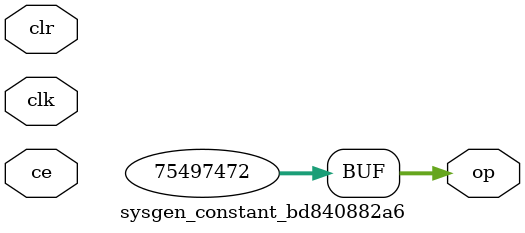
<source format=v>
module sysgen_constant_bd840882a6 (
  output [(32 - 1):0] op,
  input clk,
  input ce,
  input clr);
  assign op = 32'b00000100100000000000000000000000;
endmodule
</source>
